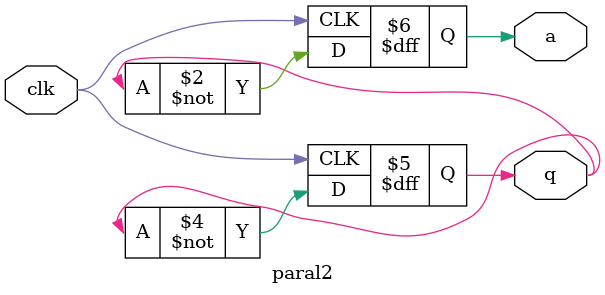
<source format=v>
module serial1(
        output q, output a,
        input clk);
    reg q, a;
    always @(posedge clk)
    begin
        q = ~q;
        a = ~q;
    end
endmodule

module serial2(
        output q, output a,
        input clk);
    reg q, a;
    always @(posedge clk)
    begin
        a = ~q;
        q = ~q;
    end
endmodule

module paral1(
        output q, output a,
        input clk);
    reg q, a;
    always @(posedge clk)
    begin
        q = ~q;
    end

    always @(posedge clk)
    begin
        a = ~q;
    end
endmodule

module paral2(
        output q, output a,
        input clk);
    reg q, a;

    always @(posedge clk)
    begin
        a = ~q;
    end

    always @(posedge clk)
    begin
        q = ~q;
    end

endmodule

</source>
